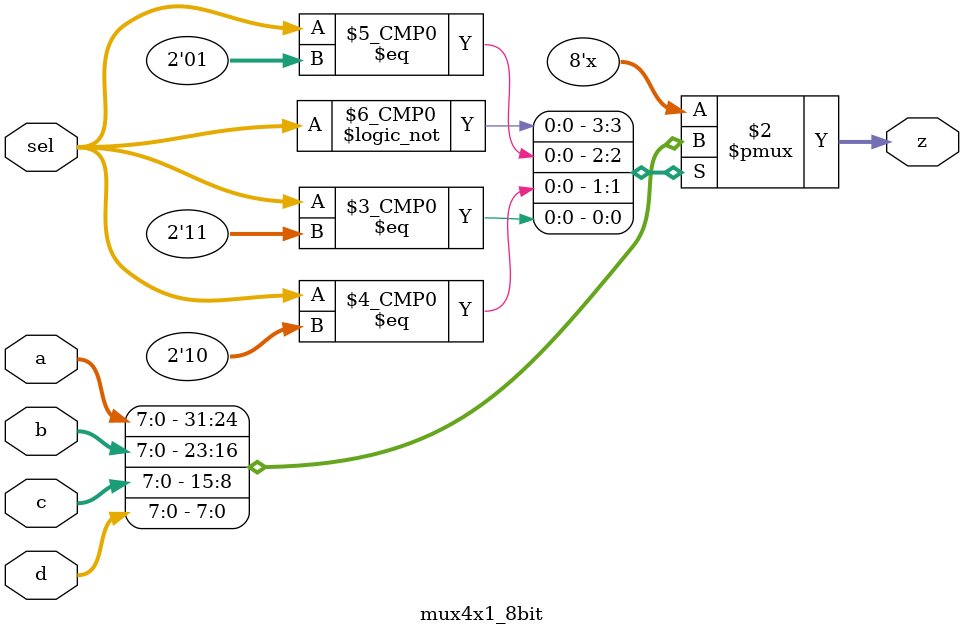
<source format=v>
`timescale 1ns / 1ps

module mux4x1_8bit(
    input [7:0] a, b, c, d,
    input [1:0] sel,
    output reg [7:0] z
    );
    
    always@(*)
    begin
       case (sel)
      2'b00  : z <= a;
      2'b01  : z <= b;
      2'b10  : z <= c;
      2'b11  : z <= d;
   endcase    
    end
endmodule

</source>
